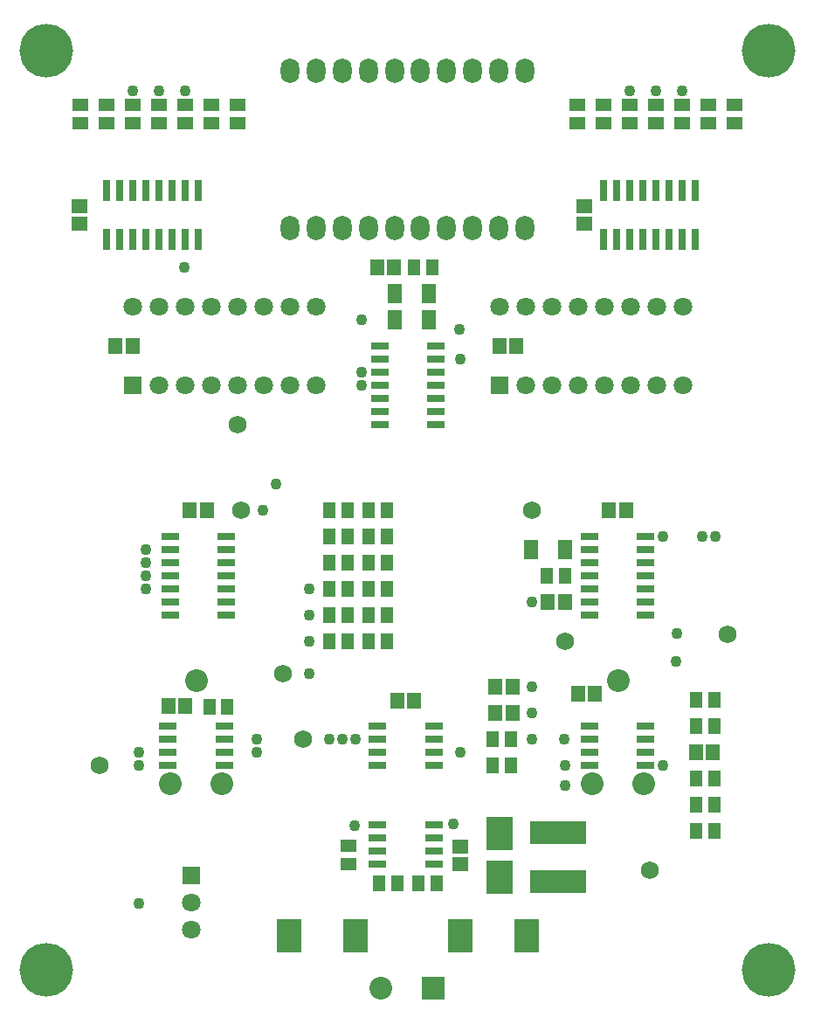
<source format=gbs>
G04*
G04 #@! TF.GenerationSoftware,Altium Limited,Altium Designer,21.5.1 (32)*
G04*
G04 Layer_Color=16711935*
%FSLAX25Y25*%
%MOIN*%
G70*
G04*
G04 #@! TF.SameCoordinates,23847DC4-7520-4B4A-9137-17159688AF9F*
G04*
G04*
G04 #@! TF.FilePolarity,Negative*
G04*
G01*
G75*
%ADD14O,0.07099X0.09461*%
%ADD15R,0.07099X0.07099*%
%ADD16C,0.07099*%
%ADD17C,0.08674*%
%ADD18R,0.08674X0.08674*%
%ADD19C,0.20485*%
%ADD20C,0.04343*%
%ADD41R,0.06509X0.03162*%
%ADD42C,0.06800*%
%ADD43R,0.10249X0.12611*%
%ADD44R,0.04934X0.06115*%
%ADD45R,0.03162X0.08280*%
%ADD46R,0.06115X0.04934*%
%ADD47R,0.05524X0.07690*%
%ADD48R,0.21745X0.08713*%
%ADD49R,0.05524X0.06312*%
%ADD50R,0.06312X0.05524*%
%ADD51R,0.09658X0.12611*%
D14*
X112657Y302500D02*
D03*
Y362500D02*
D03*
X122658Y302500D02*
D03*
Y362500D02*
D03*
X132658D02*
D03*
Y302500D02*
D03*
X142657Y362500D02*
D03*
Y302500D02*
D03*
X152657D02*
D03*
Y362500D02*
D03*
X162500Y302500D02*
D03*
Y362500D02*
D03*
X172500Y302500D02*
D03*
Y362500D02*
D03*
X182500D02*
D03*
Y302500D02*
D03*
X192500Y362500D02*
D03*
Y302500D02*
D03*
X202500D02*
D03*
Y362500D02*
D03*
D15*
X52658Y242500D02*
D03*
X192657D02*
D03*
X75157Y55472D02*
D03*
D16*
X62657Y242500D02*
D03*
X72658D02*
D03*
X82657D02*
D03*
X92658D02*
D03*
X102657D02*
D03*
X112657D02*
D03*
X122658D02*
D03*
X52658Y272500D02*
D03*
X62657D02*
D03*
X72658D02*
D03*
X82657D02*
D03*
X92658D02*
D03*
X102657D02*
D03*
X112657D02*
D03*
X122658D02*
D03*
X262657D02*
D03*
X252658D02*
D03*
X242657D02*
D03*
X232658D02*
D03*
X222657D02*
D03*
X212657D02*
D03*
X202658D02*
D03*
X192657D02*
D03*
X262657Y242500D02*
D03*
X252658D02*
D03*
X242657D02*
D03*
X232658D02*
D03*
X222657D02*
D03*
X212657D02*
D03*
X202658D02*
D03*
X75157Y35000D02*
D03*
Y45236D02*
D03*
D17*
X247843Y90630D02*
D03*
X228157D02*
D03*
X238158Y130000D02*
D03*
X147500Y12500D02*
D03*
X76929Y130000D02*
D03*
X66929Y90630D02*
D03*
X86614D02*
D03*
D18*
X167500Y12500D02*
D03*
D19*
X295276Y19685D02*
D03*
Y370079D02*
D03*
X19685D02*
D03*
Y19685D02*
D03*
D20*
X120000Y132500D02*
D03*
X177657Y252500D02*
D03*
X140000Y247500D02*
D03*
Y242500D02*
D03*
X120158Y165000D02*
D03*
X137500Y74409D02*
D03*
X72500Y287500D02*
D03*
X102500Y195000D02*
D03*
X175079Y75276D02*
D03*
X205157Y107500D02*
D03*
Y117500D02*
D03*
X217657Y97500D02*
D03*
X259874Y137216D02*
D03*
X127854Y107500D02*
D03*
X177500Y263740D02*
D03*
X72658Y355000D02*
D03*
X52658D02*
D03*
X62657D02*
D03*
X107500Y205000D02*
D03*
X217500Y107500D02*
D03*
X252500Y355000D02*
D03*
X242500D02*
D03*
X262500D02*
D03*
X205157Y127500D02*
D03*
X217657Y90000D02*
D03*
X140157Y267500D02*
D03*
X255157Y185000D02*
D03*
X260441Y147784D02*
D03*
X270158Y185000D02*
D03*
X275157D02*
D03*
X137663Y107494D02*
D03*
X132663Y107506D02*
D03*
X177657Y102500D02*
D03*
X255157Y97500D02*
D03*
X205157Y160000D02*
D03*
X100157Y102500D02*
D03*
Y107500D02*
D03*
X55158Y97500D02*
D03*
Y45000D02*
D03*
Y102500D02*
D03*
X57657Y175000D02*
D03*
Y180000D02*
D03*
Y165000D02*
D03*
X120158Y145000D02*
D03*
X57657Y170000D02*
D03*
X120158Y155000D02*
D03*
D41*
X146929Y227500D02*
D03*
Y232500D02*
D03*
Y237500D02*
D03*
Y242500D02*
D03*
Y247500D02*
D03*
Y252500D02*
D03*
Y257500D02*
D03*
X168386Y227500D02*
D03*
Y232500D02*
D03*
Y237500D02*
D03*
Y242500D02*
D03*
Y247500D02*
D03*
Y252500D02*
D03*
Y257500D02*
D03*
X88386Y185000D02*
D03*
Y180000D02*
D03*
Y175000D02*
D03*
Y170000D02*
D03*
Y165000D02*
D03*
Y160000D02*
D03*
Y155000D02*
D03*
X66929Y185000D02*
D03*
Y180000D02*
D03*
Y175000D02*
D03*
Y170000D02*
D03*
Y165000D02*
D03*
Y160000D02*
D03*
Y155000D02*
D03*
X226929D02*
D03*
Y160000D02*
D03*
Y165000D02*
D03*
Y170000D02*
D03*
Y175000D02*
D03*
Y180000D02*
D03*
Y185000D02*
D03*
X248386Y155000D02*
D03*
Y160000D02*
D03*
Y165000D02*
D03*
Y170000D02*
D03*
Y175000D02*
D03*
Y180000D02*
D03*
Y185000D02*
D03*
X226929Y97500D02*
D03*
Y102500D02*
D03*
Y107500D02*
D03*
Y112500D02*
D03*
X248386Y97500D02*
D03*
Y102500D02*
D03*
Y107500D02*
D03*
Y112500D02*
D03*
X146201Y60000D02*
D03*
Y65000D02*
D03*
Y70000D02*
D03*
Y75000D02*
D03*
X167657Y60000D02*
D03*
Y65000D02*
D03*
Y70000D02*
D03*
Y75000D02*
D03*
X87657Y112500D02*
D03*
Y107500D02*
D03*
Y102500D02*
D03*
Y97500D02*
D03*
X66201Y112500D02*
D03*
Y107500D02*
D03*
Y102500D02*
D03*
Y97500D02*
D03*
X146201D02*
D03*
Y102500D02*
D03*
Y107500D02*
D03*
Y112500D02*
D03*
X167657Y97500D02*
D03*
Y102500D02*
D03*
Y107500D02*
D03*
Y112500D02*
D03*
D42*
X117657Y107500D02*
D03*
X93907Y195000D02*
D03*
X40157Y97500D02*
D03*
X279614Y147500D02*
D03*
X205157Y195000D02*
D03*
X110158Y132500D02*
D03*
X92658Y227500D02*
D03*
X217657Y145000D02*
D03*
X250157Y57500D02*
D03*
D43*
X192657Y71536D02*
D03*
Y55000D02*
D03*
D44*
X267657Y72500D02*
D03*
X274547D02*
D03*
Y82500D02*
D03*
X267657D02*
D03*
X190157Y107500D02*
D03*
X197047D02*
D03*
X160000Y287500D02*
D03*
X166890D02*
D03*
X146713Y52500D02*
D03*
X153602D02*
D03*
X134547Y175000D02*
D03*
X127657D02*
D03*
X134547Y185000D02*
D03*
X127657D02*
D03*
X134547Y195000D02*
D03*
X127657D02*
D03*
X168602Y52500D02*
D03*
X161713D02*
D03*
X134547Y165000D02*
D03*
X127657D02*
D03*
X142657Y185000D02*
D03*
X149547D02*
D03*
X134547Y145000D02*
D03*
X127657D02*
D03*
X142657Y165000D02*
D03*
X149547D02*
D03*
X142657Y175000D02*
D03*
X149547D02*
D03*
X134547Y155000D02*
D03*
X127657D02*
D03*
X149547Y195000D02*
D03*
X142657D02*
D03*
Y155000D02*
D03*
X149547D02*
D03*
Y145000D02*
D03*
X142657D02*
D03*
X210768Y170000D02*
D03*
X217657D02*
D03*
X267657Y92500D02*
D03*
X274547D02*
D03*
X190157Y97500D02*
D03*
X197047D02*
D03*
X88819Y120000D02*
D03*
X81929D02*
D03*
X267657Y112500D02*
D03*
X274547D02*
D03*
X267657Y122500D02*
D03*
X274547D02*
D03*
D45*
X77658Y298248D02*
D03*
X72658D02*
D03*
X67658D02*
D03*
X62657D02*
D03*
X57657D02*
D03*
X52658D02*
D03*
X47657D02*
D03*
X42658D02*
D03*
X77658Y316752D02*
D03*
X72658D02*
D03*
X67658D02*
D03*
X62657D02*
D03*
X57657D02*
D03*
X52658D02*
D03*
X47657D02*
D03*
X42658D02*
D03*
X267500Y298248D02*
D03*
X262500D02*
D03*
X257500D02*
D03*
X252500D02*
D03*
X247500D02*
D03*
X242500D02*
D03*
X237500D02*
D03*
X232500D02*
D03*
X267500Y316752D02*
D03*
X262500D02*
D03*
X257500D02*
D03*
X252500D02*
D03*
X247500D02*
D03*
X242500D02*
D03*
X237500D02*
D03*
X232500D02*
D03*
D46*
X52658Y342500D02*
D03*
Y349390D02*
D03*
X92658Y342500D02*
D03*
Y349390D02*
D03*
X222500Y342500D02*
D03*
Y349390D02*
D03*
X242500Y342500D02*
D03*
Y349390D02*
D03*
X272500D02*
D03*
Y342500D02*
D03*
X282500Y349390D02*
D03*
Y342500D02*
D03*
X252500Y349390D02*
D03*
Y342500D02*
D03*
X262500Y349390D02*
D03*
Y342500D02*
D03*
X232500Y349390D02*
D03*
Y342500D02*
D03*
X72658Y349390D02*
D03*
Y342500D02*
D03*
X82657Y349390D02*
D03*
Y342500D02*
D03*
X62657Y349390D02*
D03*
Y342500D02*
D03*
X42658Y349390D02*
D03*
Y342500D02*
D03*
X32658Y349390D02*
D03*
Y342500D02*
D03*
X135158Y66890D02*
D03*
Y60000D02*
D03*
D47*
X165650Y267500D02*
D03*
X152657D02*
D03*
X165650Y277500D02*
D03*
X152657D02*
D03*
X217657Y180000D02*
D03*
X204665D02*
D03*
D48*
X215158Y71732D02*
D03*
Y53268D02*
D03*
D49*
X191162Y127500D02*
D03*
X197658D02*
D03*
Y117500D02*
D03*
X191162D02*
D03*
X217657Y160000D02*
D03*
X211161D02*
D03*
X66290Y120029D02*
D03*
X72786D02*
D03*
X160177Y122199D02*
D03*
X153681D02*
D03*
X222657Y125000D02*
D03*
X229153D02*
D03*
X74410Y195000D02*
D03*
X80905D02*
D03*
X234409D02*
D03*
X240905D02*
D03*
X46161Y257500D02*
D03*
X52658D02*
D03*
X152500Y287500D02*
D03*
X146004D02*
D03*
X199153Y257500D02*
D03*
X192657D02*
D03*
X267657Y102500D02*
D03*
X274153D02*
D03*
D50*
X177657Y60000D02*
D03*
Y66496D02*
D03*
X32500Y304252D02*
D03*
Y310748D02*
D03*
X225000Y304252D02*
D03*
Y310748D02*
D03*
D51*
X137657Y32500D02*
D03*
X112248D02*
D03*
X203067D02*
D03*
X177657D02*
D03*
M02*

</source>
